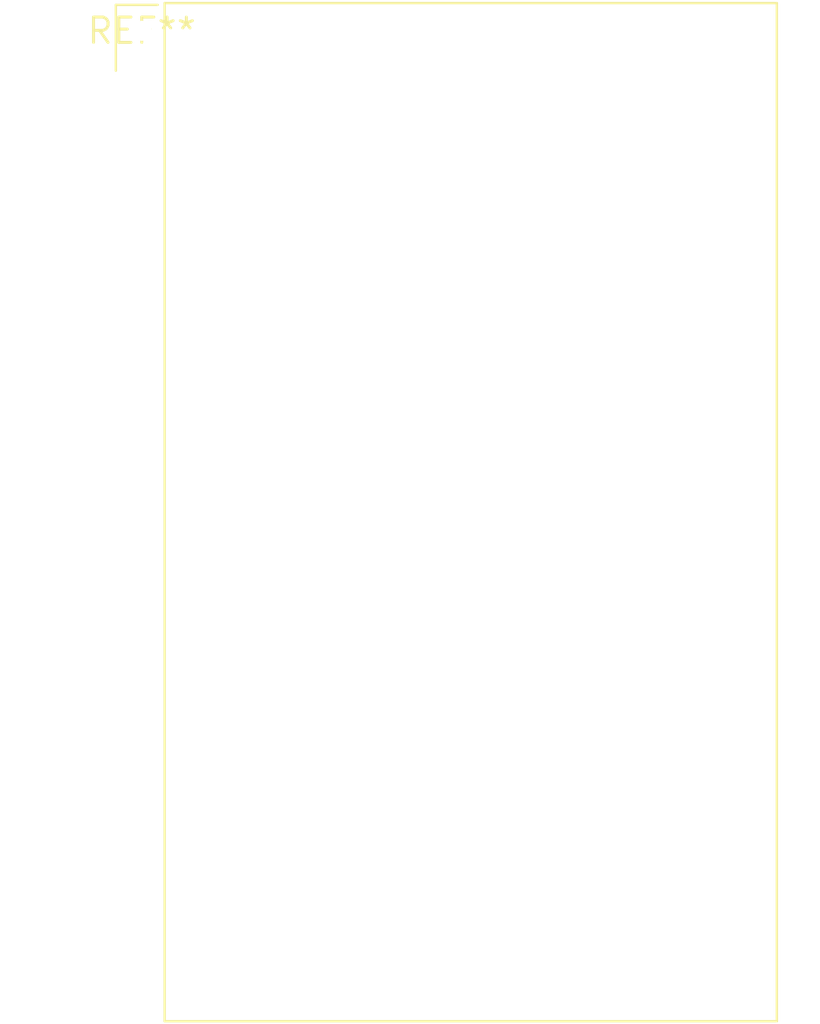
<source format=kicad_pcb>
(kicad_pcb (version 20240108) (generator pcbnew)
  (layers (0 "F.Cu" signal) (31 "B.Cu" signal) (34 "B.Paste" user) (35 "F.Paste" user) (36 "B.SilkS" user "B.Silkscreen") (37 "F.SilkS" user "F.Silkscreen") (38 "B.Mask" user) (39 "F.Mask" user) (44 "Edge.Cuts" user))
  (net 0 "")
  (footprint "DE170-XX-XX" (layer "F.Cu") (at 0 0)
    (property "Reference" "REF**")
    (property "Value" "DE170-XX-XX")
    (fp_line (start -1.3 -1.3) (end -1.3 2) (layer "F.SilkS") (stroke (width 0.12)))
    (fp_line (start -1.3 -1.3) (end 0.8 -1.3) (layer "F.SilkS") (stroke (width 0.12)))
    (fp_line (start 1.15 -1.39) (end 31.87 -1.39) (layer "F.SilkS") (stroke (width 0.12)))
    (fp_line (start 1.15 49.65) (end 1.15 -1.39) (layer "F.SilkS") (stroke (width 0.12)))
    (fp_line (start 31.87 -1.39) (end 31.87 49.65) (layer "F.SilkS") (stroke (width 0.12)))
    (fp_line (start 31.87 49.65) (end 1.15 49.65) (layer "F.SilkS") (stroke (width 0.12)))
    (pad "1" thru_hole rect (at 0 0) (size 1.5 1.524) (drill 1) (layers *.Cu *.Mask) (remove_unused_layers))
    (pad "2" thru_hole circle (at 0 2.54) (size 1.5 1.5) (drill 1) (layers *.Cu *.Mask) (remove_unused_layers))
    (pad "3" thru_hole circle (at 0 5.08) (size 1.5 1.5) (drill 1) (layers *.Cu *.Mask) (remove_unused_layers))
    (pad "4" thru_hole circle (at 0 7.62) (size 1.5 1.5) (drill 1) (layers *.Cu *.Mask) (remove_unused_layers))
    (pad "5" thru_hole circle (at 0 10.16) (size 1.5 1.5) (drill 1) (layers *.Cu *.Mask) (remove_unused_layers))
    (pad "6" thru_hole circle (at 0 12.7) (size 1.5 1.5) (drill 1) (layers *.Cu *.Mask) (remove_unused_layers))
    (pad "7" thru_hole circle (at 0 15.24) (size 1.5 1.5) (drill 1) (layers *.Cu *.Mask) (remove_unused_layers))
    (pad "8" thru_hole circle (at 0 17.78) (size 1.5 1.5) (drill 1) (layers *.Cu *.Mask) (remove_unused_layers))
    (pad "9" thru_hole circle (at 0 20.32) (size 1.5 1.5) (drill 1) (layers *.Cu *.Mask) (remove_unused_layers))
    (pad "10" thru_hole circle (at 0 22.86) (size 1.5 1.5) (drill 1) (layers *.Cu *.Mask) (remove_unused_layers))
    (pad "11" thru_hole circle (at 0 25.4) (size 1.5 1.5) (drill 1) (layers *.Cu *.Mask) (remove_unused_layers))
    (pad "12" thru_hole circle (at 0 27.94) (size 1.5 1.5) (drill 1) (layers *.Cu *.Mask) (remove_unused_layers))
    (pad "13" thru_hole circle (at 0 30.48) (size 1.5 1.5) (drill 1) (layers *.Cu *.Mask) (remove_unused_layers))
    (pad "14" thru_hole circle (at 0 33.02) (size 1.5 1.5) (drill 1) (layers *.Cu *.Mask) (remove_unused_layers))
    (pad "15" thru_hole circle (at 0 35.56) (size 1.5 1.5) (drill 1) (layers *.Cu *.Mask) (remove_unused_layers))
    (pad "16" thru_hole circle (at 0 38.1) (size 1.5 1.5) (drill 1) (layers *.Cu *.Mask) (remove_unused_layers))
    (pad "17" thru_hole circle (at 0 40.64) (size 1.5 1.5) (drill 1) (layers *.Cu *.Mask) (remove_unused_layers))
    (pad "18" thru_hole circle (at 0 43.18) (size 1.5 1.5) (drill 1) (layers *.Cu *.Mask) (remove_unused_layers))
    (pad "19" thru_hole circle (at 0 45.72) (size 1.5 1.5) (drill 1) (layers *.Cu *.Mask) (remove_unused_layers))
    (pad "20" thru_hole circle (at 0 48.26) (size 1.5 1.5) (drill 1) (layers *.Cu *.Mask) (remove_unused_layers))
    (pad "21" thru_hole circle (at 33.02 48.26) (size 1.5 1.5) (drill 1) (layers *.Cu *.Mask) (remove_unused_layers))
    (pad "22" thru_hole circle (at 33.02 45.72) (size 1.5 1.5) (drill 1) (layers *.Cu *.Mask) (remove_unused_layers))
    (pad "23" thru_hole circle (at 33.02 43.18) (size 1.5 1.5) (drill 1) (layers *.Cu *.Mask) (remove_unused_layers))
    (pad "24" thru_hole circle (at 33.02 40.64) (size 1.5 1.5) (drill 1) (layers *.Cu *.Mask) (remove_unused_layers))
    (pad "25" thru_hole circle (at 33.02 38.1) (size 1.5 1.5) (drill 1) (layers *.Cu *.Mask) (remove_unused_layers))
    (pad "26" thru_hole circle (at 33.02 35.56) (size 1.5 1.5) (drill 1) (layers *.Cu *.Mask) (remove_unused_layers))
    (pad "27" thru_hole circle (at 33.02 33.02) (size 1.5 1.5) (drill 1) (layers *.Cu *.Mask) (remove_unused_layers))
    (pad "28" thru_hole circle (at 33.02 30.48) (size 1.5 1.5) (drill 1) (layers *.Cu *.Mask) (remove_unused_layers))
    (pad "29" thru_hole circle (at 33.02 27.94) (size 1.5 1.5) (drill 1) (layers *.Cu *.Mask) (remove_unused_layers))
    (pad "30" thru_hole circle (at 33.02 25.4) (size 1.5 1.5) (drill 1) (layers *.Cu *.Mask) (remove_unused_layers))
    (pad "31" thru_hole circle (at 33.02 22.86) (size 1.5 1.5) (drill 1) (layers *.Cu *.Mask) (remove_unused_layers))
    (pad "32" thru_hole circle (at 33.02 20.32) (size 1.5 1.5) (drill 1) (layers *.Cu *.Mask) (remove_unused_layers))
    (pad "33" thru_hole circle (at 33.02 17.78) (size 1.5 1.5) (drill 1) (layers *.Cu *.Mask) (remove_unused_layers))
    (pad "34" thru_hole circle (at 33.02 15.24) (size 1.5 1.5) (drill 1) (layers *.Cu *.Mask) (remove_unused_layers))
    (pad "35" thru_hole circle (at 33.02 12.7) (size 1.5 1.5) (drill 1) (layers *.Cu *.Mask) (remove_unused_layers))
    (pad "36" thru_hole circle (at 33.02 10.16) (size 1.5 1.5) (drill 1) (layers *.Cu *.Mask) (remove_unused_layers))
    (pad "37" thru_hole circle (at 33.02 7.62) (size 1.5 1.5) (drill 1) (layers *.Cu *.Mask) (remove_unused_layers))
    (pad "38" thru_hole circle (at 33.02 5.08) (size 1.5 1.5) (drill 1) (layers *.Cu *.Mask) (remove_unused_layers))
    (pad "39" thru_hole circle (at 33.02 2.54) (size 1.5 1.5) (drill 1) (layers *.Cu *.Mask) (remove_unused_layers))
    (pad "40" thru_hole circle (at 33.02 0) (size 1.5 1.5) (drill 1) (layers *.Cu *.Mask) (remove_unused_layers))
  )
)
</source>
